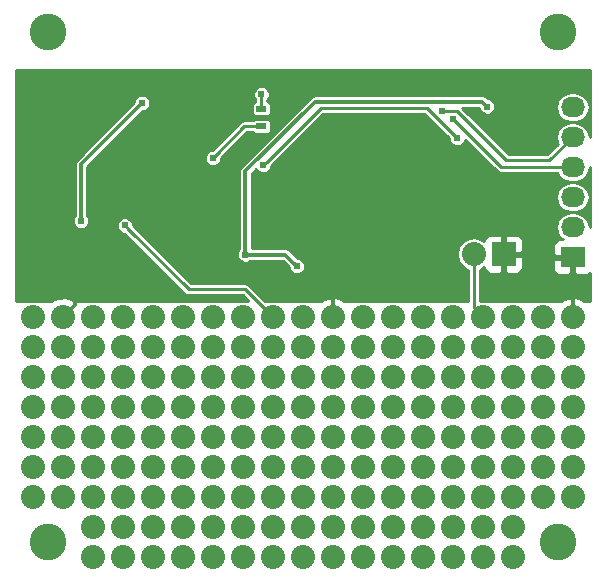
<source format=gbl>
G04 #@! TF.FileFunction,Copper,L2,Bot,Signal*
%FSLAX46Y46*%
G04 Gerber Fmt 4.6, Leading zero omitted, Abs format (unit mm)*
G04 Created by KiCad (PCBNEW 4.0.0-rc2-1-stable) date Sunday, 29 November 2015 18:47:31*
%MOMM*%
G01*
G04 APERTURE LIST*
%ADD10C,0.100000*%
%ADD11R,2.032000X2.032000*%
%ADD12O,2.032000X2.032000*%
%ADD13R,2.032000X1.727200*%
%ADD14O,2.032000X1.727200*%
%ADD15R,0.900000X0.500000*%
%ADD16C,2.032000*%
%ADD17C,3.100000*%
%ADD18C,0.609600*%
%ADD19C,0.304800*%
%ADD20C,0.254000*%
G04 APERTURE END LIST*
D10*
D11*
X166878000Y-101346000D03*
D12*
X164338000Y-101346000D03*
D13*
X172720000Y-101600000D03*
D14*
X172720000Y-99060000D03*
X172720000Y-96520000D03*
X172720000Y-93980000D03*
X172720000Y-91440000D03*
X172720000Y-88900000D03*
D15*
X146367500Y-90539000D03*
X146367500Y-89039000D03*
D16*
X127000000Y-109220000D03*
X129540000Y-109220000D03*
X132080000Y-109220000D03*
X134620000Y-109220000D03*
X137160000Y-109220000D03*
X139700000Y-109220000D03*
X142240000Y-109220000D03*
X144780000Y-109220000D03*
X147320000Y-109220000D03*
X149860000Y-109220000D03*
X152400000Y-109220000D03*
X154940000Y-109220000D03*
X157480000Y-109220000D03*
X160020000Y-109220000D03*
X162560000Y-109220000D03*
X165100000Y-109220000D03*
X167640000Y-109220000D03*
X170180000Y-109220000D03*
X172720000Y-109220000D03*
X127000000Y-111760000D03*
X129540000Y-111760000D03*
X132080000Y-111760000D03*
X134620000Y-111760000D03*
X137160000Y-111760000D03*
X139700000Y-111760000D03*
X142240000Y-111760000D03*
X144780000Y-111760000D03*
X147320000Y-111760000D03*
X149860000Y-111760000D03*
X152400000Y-111760000D03*
X154940000Y-111760000D03*
X157480000Y-111760000D03*
X160020000Y-111760000D03*
X162560000Y-111760000D03*
X165100000Y-111760000D03*
X167640000Y-111760000D03*
X170180000Y-111760000D03*
X172720000Y-111760000D03*
X127000000Y-114300000D03*
X129540000Y-114300000D03*
X132080000Y-114300000D03*
X134620000Y-114300000D03*
X137160000Y-114300000D03*
X139700000Y-114300000D03*
X142240000Y-114300000D03*
X144780000Y-114300000D03*
X147320000Y-114300000D03*
X149860000Y-114300000D03*
X152400000Y-114300000D03*
X154940000Y-114300000D03*
X157480000Y-114300000D03*
X160020000Y-114300000D03*
X162560000Y-114300000D03*
X165100000Y-114300000D03*
X167640000Y-114300000D03*
X170180000Y-114300000D03*
X172720000Y-114300000D03*
X127000000Y-116840000D03*
X129540000Y-116840000D03*
X132080000Y-116840000D03*
X134620000Y-116840000D03*
X137160000Y-116840000D03*
X139700000Y-116840000D03*
X142240000Y-116840000D03*
X144780000Y-116840000D03*
X147320000Y-116840000D03*
X149860000Y-116840000D03*
X152400000Y-116840000D03*
X154940000Y-116840000D03*
X157480000Y-116840000D03*
X160020000Y-116840000D03*
X162560000Y-116840000D03*
X165100000Y-116840000D03*
X167640000Y-116840000D03*
X170180000Y-116840000D03*
X172720000Y-116840000D03*
X127000000Y-119380000D03*
X129540000Y-119380000D03*
X132080000Y-119380000D03*
X134620000Y-119380000D03*
X137160000Y-119380000D03*
X139700000Y-119380000D03*
X142240000Y-119380000D03*
X144780000Y-119380000D03*
X147320000Y-119380000D03*
X149860000Y-119380000D03*
X152400000Y-119380000D03*
X154940000Y-119380000D03*
X157480000Y-119380000D03*
X160020000Y-119380000D03*
X162560000Y-119380000D03*
X165100000Y-119380000D03*
X167640000Y-119380000D03*
X170180000Y-119380000D03*
X172720000Y-119380000D03*
X127000000Y-121920000D03*
X129540000Y-121920000D03*
X132080000Y-121920000D03*
X134620000Y-121920000D03*
X137160000Y-121920000D03*
X139700000Y-121920000D03*
X142240000Y-121920000D03*
X144780000Y-121920000D03*
X147320000Y-121920000D03*
X149860000Y-121920000D03*
X152400000Y-121920000D03*
X154940000Y-121920000D03*
X157480000Y-121920000D03*
X160020000Y-121920000D03*
X162560000Y-121920000D03*
X165100000Y-121920000D03*
X167640000Y-121920000D03*
X170180000Y-121920000D03*
X172720000Y-121920000D03*
X132080000Y-124460000D03*
X134620000Y-124460000D03*
X137160000Y-124460000D03*
X139700000Y-124460000D03*
X142240000Y-124460000D03*
X144780000Y-124460000D03*
X147320000Y-124460000D03*
X149860000Y-124460000D03*
X152400000Y-124460000D03*
X154940000Y-124460000D03*
X157480000Y-124460000D03*
X160020000Y-124460000D03*
X162560000Y-124460000D03*
X165100000Y-124460000D03*
X167640000Y-124460000D03*
X132080000Y-127000000D03*
X134620000Y-127000000D03*
X137160000Y-127000000D03*
X139700000Y-127000000D03*
X142240000Y-127000000D03*
X144780000Y-127000000D03*
X147320000Y-127000000D03*
X149860000Y-127000000D03*
X152400000Y-127000000D03*
X154940000Y-127000000D03*
X157480000Y-127000000D03*
X160020000Y-127000000D03*
X162560000Y-127000000D03*
X165100000Y-127000000D03*
X167640000Y-127000000D03*
D17*
X171450000Y-125730000D03*
X128270000Y-125730000D03*
X171450000Y-82550000D03*
X128270000Y-82550000D03*
D16*
X172720000Y-106680000D03*
X170180000Y-106680000D03*
X167640000Y-106680000D03*
X165100000Y-106680000D03*
X162560000Y-106680000D03*
X160020000Y-106680000D03*
X157480000Y-106680000D03*
X154940000Y-106680000D03*
X152400000Y-106680000D03*
X149860000Y-106680000D03*
X147320000Y-106680000D03*
X144780000Y-106680000D03*
X142240000Y-106680000D03*
X139700000Y-106680000D03*
X137160000Y-106680000D03*
X134620000Y-106680000D03*
X132080000Y-106680000D03*
X129540000Y-106680000D03*
X127000000Y-106680000D03*
D18*
X131082000Y-98522000D03*
X136250000Y-88550000D03*
X130950000Y-100800000D03*
X138540000Y-93630000D03*
X138780000Y-88880000D03*
X136906278Y-98100000D03*
X161607500Y-102489000D03*
X142105808Y-103299530D03*
X149352000Y-102362000D03*
X144995828Y-101386544D03*
X165470000Y-88850000D03*
X134780000Y-98920000D03*
X146367500Y-87820500D03*
X142231220Y-93218000D03*
X161671000Y-89217500D03*
X162596192Y-89928221D03*
X146512908Y-93822908D03*
X162930000Y-91520000D03*
D19*
X136250000Y-88550000D02*
X131082000Y-93718000D01*
X131082000Y-93718000D02*
X131082000Y-98522000D01*
X127010000Y-106670000D02*
X127000000Y-106680000D01*
X129540000Y-106680000D02*
X130600000Y-105620000D01*
X130600000Y-105620000D02*
X130600000Y-101150000D01*
X130600000Y-101150000D02*
X130645201Y-101104799D01*
X130645201Y-101104799D02*
X130950000Y-100800000D01*
X131254799Y-100495201D02*
X130950000Y-100800000D01*
X133650000Y-98100000D02*
X131254799Y-100495201D01*
X136906278Y-98100000D02*
X133650000Y-98100000D01*
X138540000Y-93630000D02*
X136906278Y-95263722D01*
X136906278Y-95263722D02*
X136906278Y-98100000D01*
X138780000Y-88880000D02*
X138780000Y-93390000D01*
X138780000Y-93390000D02*
X138540000Y-93630000D01*
X142105808Y-103299530D02*
X136906278Y-98100000D01*
X166880000Y-99300000D02*
X168210000Y-99300000D01*
X168210000Y-99300000D02*
X170510000Y-101600000D01*
X170510000Y-101600000D02*
X172720000Y-101600000D01*
X161607500Y-102489000D02*
X161607500Y-100812500D01*
X161607500Y-100812500D02*
X163120000Y-99300000D01*
X163120000Y-99300000D02*
X166880000Y-99300000D01*
X166878000Y-100025200D02*
X166880000Y-100023200D01*
X166878000Y-101346000D02*
X166878000Y-100025200D01*
X166880000Y-100023200D02*
X166880000Y-99300000D01*
X172720000Y-101600000D02*
X172720000Y-106680000D01*
X142105808Y-103299530D02*
X152463500Y-103299530D01*
X152463500Y-103299530D02*
X160796970Y-103299530D01*
X152400000Y-103363030D02*
X152463500Y-103299530D01*
X152400000Y-106680000D02*
X152400000Y-103363030D01*
X160796970Y-103299530D02*
X161607500Y-102489000D01*
X129540000Y-106680000D02*
X129540000Y-106527600D01*
X144995828Y-101386544D02*
X148376544Y-101386544D01*
X148376544Y-101386544D02*
X149047201Y-102057201D01*
X165050089Y-88430089D02*
X150899911Y-88430089D01*
X150899911Y-88430089D02*
X144995828Y-94334172D01*
X144995828Y-94334172D02*
X144995828Y-100955492D01*
X165470000Y-88850000D02*
X165050089Y-88430089D01*
X144995828Y-100955492D02*
X144995828Y-101386544D01*
X149047201Y-102057201D02*
X149352000Y-102362000D01*
D20*
X135084799Y-99224799D02*
X134780000Y-98920000D01*
X140200000Y-104340000D02*
X135084799Y-99224799D01*
X144980000Y-104340000D02*
X140200000Y-104340000D01*
X147320000Y-106680000D02*
X144980000Y-104340000D01*
X146367500Y-87820500D02*
X146367500Y-89039000D01*
X164338000Y-101155500D02*
X164338000Y-105918000D01*
X164338000Y-105918000D02*
X165100000Y-106680000D01*
X142536019Y-92913201D02*
X142231220Y-93218000D01*
X144910220Y-90539000D02*
X142536019Y-92913201D01*
X146367500Y-90539000D02*
X144910220Y-90539000D01*
X172720000Y-91440000D02*
X170751500Y-93408500D01*
X170751500Y-93408500D02*
X167082684Y-93408500D01*
X167082684Y-93408500D02*
X162891684Y-89217500D01*
X162891684Y-89217500D02*
X162102052Y-89217500D01*
X162102052Y-89217500D02*
X161671000Y-89217500D01*
X172720000Y-91440000D02*
X172567600Y-91440000D01*
X157480000Y-106680000D02*
X157480000Y-106527600D01*
X166647971Y-93980000D02*
X162900991Y-90233020D01*
X162900991Y-90233020D02*
X162596192Y-89928221D01*
X172720000Y-93980000D02*
X166647971Y-93980000D01*
X172720000Y-93980000D02*
X172872400Y-93980000D01*
X160020000Y-106680000D02*
X160020000Y-106310000D01*
X162560000Y-106680000D02*
X162560000Y-106527600D01*
X167640000Y-106527600D02*
X167640000Y-106680000D01*
X162930000Y-91520000D02*
X160373500Y-88963500D01*
X160373500Y-88963500D02*
X151372316Y-88963500D01*
X151372316Y-88963500D02*
X146817707Y-93518109D01*
X146817707Y-93518109D02*
X146512908Y-93822908D01*
G36*
X174144000Y-88898145D02*
X174049629Y-88423712D01*
X173779834Y-88019935D01*
X173376057Y-87750140D01*
X172899769Y-87655400D01*
X172540231Y-87655400D01*
X172063943Y-87750140D01*
X171660166Y-88019935D01*
X171390371Y-88423712D01*
X171295631Y-88900000D01*
X171390371Y-89376288D01*
X171660166Y-89780065D01*
X172063943Y-90049860D01*
X172540231Y-90144600D01*
X172899769Y-90144600D01*
X173376057Y-90049860D01*
X173779834Y-89780065D01*
X174049629Y-89376288D01*
X174144000Y-88901855D01*
X174144000Y-91438145D01*
X174049629Y-90963712D01*
X173779834Y-90559935D01*
X173376057Y-90290140D01*
X172899769Y-90195400D01*
X172540231Y-90195400D01*
X172063943Y-90290140D01*
X171660166Y-90559935D01*
X171390371Y-90963712D01*
X171295631Y-91440000D01*
X171390371Y-91916288D01*
X171444413Y-91997167D01*
X170541080Y-92900500D01*
X167293104Y-92900500D01*
X163356093Y-88963489D01*
X164784100Y-88963489D01*
X164784081Y-88985816D01*
X164888268Y-89237967D01*
X165081018Y-89431054D01*
X165332987Y-89535681D01*
X165605816Y-89535919D01*
X165857967Y-89431732D01*
X166051054Y-89238982D01*
X166155681Y-88987013D01*
X166155919Y-88714184D01*
X166051732Y-88462033D01*
X165858982Y-88268946D01*
X165607013Y-88164319D01*
X165538601Y-88164259D01*
X165427260Y-88052918D01*
X165254212Y-87937292D01*
X165050089Y-87896689D01*
X150899911Y-87896689D01*
X150695787Y-87937292D01*
X150522740Y-88052918D01*
X144618657Y-93957001D01*
X144503031Y-94130049D01*
X144462428Y-94334172D01*
X144462428Y-100949991D01*
X144414774Y-100997562D01*
X144310147Y-101249531D01*
X144309909Y-101522360D01*
X144414096Y-101774511D01*
X144606846Y-101967598D01*
X144858815Y-102072225D01*
X145131644Y-102072463D01*
X145383795Y-101968276D01*
X145432212Y-101919944D01*
X148155602Y-101919944D01*
X148666140Y-102430482D01*
X148666081Y-102497816D01*
X148770268Y-102749967D01*
X148963018Y-102943054D01*
X149214987Y-103047681D01*
X149487816Y-103047919D01*
X149739967Y-102943732D01*
X149933054Y-102750982D01*
X150037681Y-102499013D01*
X150037919Y-102226184D01*
X149933732Y-101974033D01*
X149740982Y-101780946D01*
X149489013Y-101676319D01*
X149420601Y-101676259D01*
X148753715Y-101009373D01*
X148580667Y-100893747D01*
X148376544Y-100853144D01*
X145529228Y-100853144D01*
X145529228Y-94555114D01*
X145914303Y-94170039D01*
X145931176Y-94210875D01*
X146123926Y-94403962D01*
X146375895Y-94508589D01*
X146648724Y-94508827D01*
X146900875Y-94404640D01*
X147093962Y-94211890D01*
X147198589Y-93959921D01*
X147198680Y-93855556D01*
X151582736Y-89471500D01*
X160163080Y-89471500D01*
X162244171Y-91552591D01*
X162244081Y-91655816D01*
X162348268Y-91907967D01*
X162541018Y-92101054D01*
X162792987Y-92205681D01*
X163065816Y-92205919D01*
X163317967Y-92101732D01*
X163511054Y-91908982D01*
X163613006Y-91663455D01*
X166288761Y-94339210D01*
X166453568Y-94449331D01*
X166647971Y-94488000D01*
X171411560Y-94488000D01*
X171660166Y-94860065D01*
X172063943Y-95129860D01*
X172540231Y-95224600D01*
X172899769Y-95224600D01*
X173376057Y-95129860D01*
X173779834Y-94860065D01*
X174049629Y-94456288D01*
X174144000Y-93981855D01*
X174144000Y-96518145D01*
X174049629Y-96043712D01*
X173779834Y-95639935D01*
X173376057Y-95370140D01*
X172899769Y-95275400D01*
X172540231Y-95275400D01*
X172063943Y-95370140D01*
X171660166Y-95639935D01*
X171390371Y-96043712D01*
X171295631Y-96520000D01*
X171390371Y-96996288D01*
X171660166Y-97400065D01*
X172063943Y-97669860D01*
X172540231Y-97764600D01*
X172899769Y-97764600D01*
X173376057Y-97669860D01*
X173779834Y-97400065D01*
X174049629Y-96996288D01*
X174144000Y-96521855D01*
X174144000Y-99058145D01*
X174049629Y-98583712D01*
X173779834Y-98179935D01*
X173376057Y-97910140D01*
X172899769Y-97815400D01*
X172540231Y-97815400D01*
X172063943Y-97910140D01*
X171660166Y-98179935D01*
X171390371Y-98583712D01*
X171295631Y-99060000D01*
X171390371Y-99536288D01*
X171660166Y-99940065D01*
X171901621Y-100101400D01*
X171577691Y-100101400D01*
X171344302Y-100198073D01*
X171165673Y-100376701D01*
X171069000Y-100610090D01*
X171069000Y-101314250D01*
X171227750Y-101473000D01*
X172593000Y-101473000D01*
X172593000Y-101453000D01*
X172847000Y-101453000D01*
X172847000Y-101473000D01*
X172867000Y-101473000D01*
X172867000Y-101727000D01*
X172847000Y-101727000D01*
X172847000Y-102939850D01*
X173005750Y-103098600D01*
X173862309Y-103098600D01*
X174095698Y-103001927D01*
X174144000Y-102953625D01*
X174144000Y-105283000D01*
X173617229Y-105283000D01*
X173603880Y-105247378D01*
X172988358Y-105018184D01*
X172331981Y-105041986D01*
X171836120Y-105247378D01*
X171822771Y-105283000D01*
X170180647Y-105283000D01*
X169903339Y-105282758D01*
X169902753Y-105283000D01*
X167640647Y-105283000D01*
X167363339Y-105282758D01*
X167362753Y-105283000D01*
X165100512Y-105283000D01*
X164846000Y-105282778D01*
X164846000Y-102669322D01*
X164872609Y-102664029D01*
X165227000Y-102427232D01*
X165227000Y-102488309D01*
X165323673Y-102721698D01*
X165502301Y-102900327D01*
X165735690Y-102997000D01*
X166592250Y-102997000D01*
X166751000Y-102838250D01*
X166751000Y-101473000D01*
X167005000Y-101473000D01*
X167005000Y-102838250D01*
X167163750Y-102997000D01*
X168020310Y-102997000D01*
X168253699Y-102900327D01*
X168432327Y-102721698D01*
X168529000Y-102488309D01*
X168529000Y-101885750D01*
X171069000Y-101885750D01*
X171069000Y-102589910D01*
X171165673Y-102823299D01*
X171344302Y-103001927D01*
X171577691Y-103098600D01*
X172434250Y-103098600D01*
X172593000Y-102939850D01*
X172593000Y-101727000D01*
X171227750Y-101727000D01*
X171069000Y-101885750D01*
X168529000Y-101885750D01*
X168529000Y-101631750D01*
X168370250Y-101473000D01*
X167005000Y-101473000D01*
X166751000Y-101473000D01*
X166731000Y-101473000D01*
X166731000Y-101219000D01*
X166751000Y-101219000D01*
X166751000Y-99853750D01*
X167005000Y-99853750D01*
X167005000Y-101219000D01*
X168370250Y-101219000D01*
X168529000Y-101060250D01*
X168529000Y-100203691D01*
X168432327Y-99970302D01*
X168253699Y-99791673D01*
X168020310Y-99695000D01*
X167163750Y-99695000D01*
X167005000Y-99853750D01*
X166751000Y-99853750D01*
X166592250Y-99695000D01*
X165735690Y-99695000D01*
X165502301Y-99791673D01*
X165323673Y-99970302D01*
X165227000Y-100203691D01*
X165227000Y-100264768D01*
X164872609Y-100027971D01*
X164338000Y-99921631D01*
X163803391Y-100027971D01*
X163350172Y-100330803D01*
X163047340Y-100784022D01*
X162941000Y-101318631D01*
X162941000Y-101373369D01*
X163047340Y-101907978D01*
X163350172Y-102361197D01*
X163803391Y-102664029D01*
X163830000Y-102669322D01*
X163830000Y-105283000D01*
X162560647Y-105283000D01*
X162283339Y-105282758D01*
X162282753Y-105283000D01*
X160020647Y-105283000D01*
X159743339Y-105282758D01*
X159742753Y-105283000D01*
X157480647Y-105283000D01*
X157203339Y-105282758D01*
X157202753Y-105283000D01*
X154940647Y-105283000D01*
X154663339Y-105282758D01*
X154662753Y-105283000D01*
X153297229Y-105283000D01*
X153283880Y-105247378D01*
X152668358Y-105018184D01*
X152011981Y-105041986D01*
X151516120Y-105247378D01*
X151502771Y-105283000D01*
X149860647Y-105283000D01*
X149583339Y-105282758D01*
X149582753Y-105283000D01*
X147320647Y-105283000D01*
X147043339Y-105282758D01*
X147042753Y-105283000D01*
X146641420Y-105283000D01*
X145339210Y-103980790D01*
X145174403Y-103870669D01*
X144980000Y-103832000D01*
X140410421Y-103832000D01*
X135465829Y-98887409D01*
X135465919Y-98784184D01*
X135361732Y-98532033D01*
X135168982Y-98338946D01*
X134917013Y-98234319D01*
X134644184Y-98234081D01*
X134392033Y-98338268D01*
X134198946Y-98531018D01*
X134094319Y-98782987D01*
X134094081Y-99055816D01*
X134198268Y-99307967D01*
X134391018Y-99501054D01*
X134642987Y-99605681D01*
X134747352Y-99605772D01*
X139840790Y-104699211D01*
X140005597Y-104809331D01*
X140200000Y-104848000D01*
X144769580Y-104848000D01*
X145204580Y-105283000D01*
X144780647Y-105283000D01*
X144503339Y-105282758D01*
X144502753Y-105283000D01*
X142240647Y-105283000D01*
X141963339Y-105282758D01*
X141962753Y-105283000D01*
X139700647Y-105283000D01*
X139423339Y-105282758D01*
X139422753Y-105283000D01*
X137160647Y-105283000D01*
X136883339Y-105282758D01*
X136882753Y-105283000D01*
X134620647Y-105283000D01*
X134343339Y-105282758D01*
X134342753Y-105283000D01*
X132080647Y-105283000D01*
X131803339Y-105282758D01*
X131802753Y-105283000D01*
X130437229Y-105283000D01*
X130423880Y-105247378D01*
X129808358Y-105018184D01*
X129151981Y-105041986D01*
X128656120Y-105247378D01*
X128642771Y-105283000D01*
X127000647Y-105283000D01*
X126723339Y-105282758D01*
X126722753Y-105283000D01*
X125576000Y-105283000D01*
X125576000Y-98657816D01*
X130396081Y-98657816D01*
X130500268Y-98909967D01*
X130693018Y-99103054D01*
X130944987Y-99207681D01*
X131217816Y-99207919D01*
X131469967Y-99103732D01*
X131663054Y-98910982D01*
X131767681Y-98659013D01*
X131767919Y-98386184D01*
X131663732Y-98134033D01*
X131615400Y-98085616D01*
X131615400Y-93938942D01*
X132200526Y-93353816D01*
X141545301Y-93353816D01*
X141649488Y-93605967D01*
X141842238Y-93799054D01*
X142094207Y-93903681D01*
X142367036Y-93903919D01*
X142619187Y-93799732D01*
X142812274Y-93606982D01*
X142916901Y-93355013D01*
X142916992Y-93250648D01*
X145120640Y-91047000D01*
X145630768Y-91047000D01*
X145639046Y-91059865D01*
X145766366Y-91146859D01*
X145917500Y-91177464D01*
X146817500Y-91177464D01*
X146958690Y-91150897D01*
X147088365Y-91067454D01*
X147175359Y-90940134D01*
X147205964Y-90789000D01*
X147205964Y-90289000D01*
X147179397Y-90147810D01*
X147095954Y-90018135D01*
X146968634Y-89931141D01*
X146817500Y-89900536D01*
X145917500Y-89900536D01*
X145776310Y-89927103D01*
X145646635Y-90010546D01*
X145632659Y-90031000D01*
X144910220Y-90031000D01*
X144748070Y-90063254D01*
X144715816Y-90069669D01*
X144551010Y-90179790D01*
X142198629Y-92532171D01*
X142095404Y-92532081D01*
X141843253Y-92636268D01*
X141650166Y-92829018D01*
X141545539Y-93080987D01*
X141545301Y-93353816D01*
X132200526Y-93353816D01*
X136318482Y-89235860D01*
X136385816Y-89235919D01*
X136637967Y-89131732D01*
X136831054Y-88938982D01*
X136893332Y-88789000D01*
X145529036Y-88789000D01*
X145529036Y-89289000D01*
X145555603Y-89430190D01*
X145639046Y-89559865D01*
X145766366Y-89646859D01*
X145917500Y-89677464D01*
X146817500Y-89677464D01*
X146958690Y-89650897D01*
X147088365Y-89567454D01*
X147175359Y-89440134D01*
X147205964Y-89289000D01*
X147205964Y-88789000D01*
X147179397Y-88647810D01*
X147095954Y-88518135D01*
X146968634Y-88431141D01*
X146875500Y-88412281D01*
X146875500Y-88282408D01*
X146948554Y-88209482D01*
X147053181Y-87957513D01*
X147053419Y-87684684D01*
X146949232Y-87432533D01*
X146756482Y-87239446D01*
X146504513Y-87134819D01*
X146231684Y-87134581D01*
X145979533Y-87238768D01*
X145786446Y-87431518D01*
X145681819Y-87683487D01*
X145681581Y-87956316D01*
X145785768Y-88208467D01*
X145859500Y-88282328D01*
X145859500Y-88411450D01*
X145776310Y-88427103D01*
X145646635Y-88510546D01*
X145559641Y-88637866D01*
X145529036Y-88789000D01*
X136893332Y-88789000D01*
X136935681Y-88687013D01*
X136935919Y-88414184D01*
X136831732Y-88162033D01*
X136638982Y-87968946D01*
X136387013Y-87864319D01*
X136114184Y-87864081D01*
X135862033Y-87968268D01*
X135668946Y-88161018D01*
X135564319Y-88412987D01*
X135564259Y-88481399D01*
X130704829Y-93340829D01*
X130589203Y-93513877D01*
X130548600Y-93718000D01*
X130548600Y-98085447D01*
X130500946Y-98133018D01*
X130396319Y-98384987D01*
X130396081Y-98657816D01*
X125576000Y-98657816D01*
X125576000Y-85725000D01*
X174144000Y-85725000D01*
X174144000Y-88898145D01*
X174144000Y-88898145D01*
G37*
X174144000Y-88898145D02*
X174049629Y-88423712D01*
X173779834Y-88019935D01*
X173376057Y-87750140D01*
X172899769Y-87655400D01*
X172540231Y-87655400D01*
X172063943Y-87750140D01*
X171660166Y-88019935D01*
X171390371Y-88423712D01*
X171295631Y-88900000D01*
X171390371Y-89376288D01*
X171660166Y-89780065D01*
X172063943Y-90049860D01*
X172540231Y-90144600D01*
X172899769Y-90144600D01*
X173376057Y-90049860D01*
X173779834Y-89780065D01*
X174049629Y-89376288D01*
X174144000Y-88901855D01*
X174144000Y-91438145D01*
X174049629Y-90963712D01*
X173779834Y-90559935D01*
X173376057Y-90290140D01*
X172899769Y-90195400D01*
X172540231Y-90195400D01*
X172063943Y-90290140D01*
X171660166Y-90559935D01*
X171390371Y-90963712D01*
X171295631Y-91440000D01*
X171390371Y-91916288D01*
X171444413Y-91997167D01*
X170541080Y-92900500D01*
X167293104Y-92900500D01*
X163356093Y-88963489D01*
X164784100Y-88963489D01*
X164784081Y-88985816D01*
X164888268Y-89237967D01*
X165081018Y-89431054D01*
X165332987Y-89535681D01*
X165605816Y-89535919D01*
X165857967Y-89431732D01*
X166051054Y-89238982D01*
X166155681Y-88987013D01*
X166155919Y-88714184D01*
X166051732Y-88462033D01*
X165858982Y-88268946D01*
X165607013Y-88164319D01*
X165538601Y-88164259D01*
X165427260Y-88052918D01*
X165254212Y-87937292D01*
X165050089Y-87896689D01*
X150899911Y-87896689D01*
X150695787Y-87937292D01*
X150522740Y-88052918D01*
X144618657Y-93957001D01*
X144503031Y-94130049D01*
X144462428Y-94334172D01*
X144462428Y-100949991D01*
X144414774Y-100997562D01*
X144310147Y-101249531D01*
X144309909Y-101522360D01*
X144414096Y-101774511D01*
X144606846Y-101967598D01*
X144858815Y-102072225D01*
X145131644Y-102072463D01*
X145383795Y-101968276D01*
X145432212Y-101919944D01*
X148155602Y-101919944D01*
X148666140Y-102430482D01*
X148666081Y-102497816D01*
X148770268Y-102749967D01*
X148963018Y-102943054D01*
X149214987Y-103047681D01*
X149487816Y-103047919D01*
X149739967Y-102943732D01*
X149933054Y-102750982D01*
X150037681Y-102499013D01*
X150037919Y-102226184D01*
X149933732Y-101974033D01*
X149740982Y-101780946D01*
X149489013Y-101676319D01*
X149420601Y-101676259D01*
X148753715Y-101009373D01*
X148580667Y-100893747D01*
X148376544Y-100853144D01*
X145529228Y-100853144D01*
X145529228Y-94555114D01*
X145914303Y-94170039D01*
X145931176Y-94210875D01*
X146123926Y-94403962D01*
X146375895Y-94508589D01*
X146648724Y-94508827D01*
X146900875Y-94404640D01*
X147093962Y-94211890D01*
X147198589Y-93959921D01*
X147198680Y-93855556D01*
X151582736Y-89471500D01*
X160163080Y-89471500D01*
X162244171Y-91552591D01*
X162244081Y-91655816D01*
X162348268Y-91907967D01*
X162541018Y-92101054D01*
X162792987Y-92205681D01*
X163065816Y-92205919D01*
X163317967Y-92101732D01*
X163511054Y-91908982D01*
X163613006Y-91663455D01*
X166288761Y-94339210D01*
X166453568Y-94449331D01*
X166647971Y-94488000D01*
X171411560Y-94488000D01*
X171660166Y-94860065D01*
X172063943Y-95129860D01*
X172540231Y-95224600D01*
X172899769Y-95224600D01*
X173376057Y-95129860D01*
X173779834Y-94860065D01*
X174049629Y-94456288D01*
X174144000Y-93981855D01*
X174144000Y-96518145D01*
X174049629Y-96043712D01*
X173779834Y-95639935D01*
X173376057Y-95370140D01*
X172899769Y-95275400D01*
X172540231Y-95275400D01*
X172063943Y-95370140D01*
X171660166Y-95639935D01*
X171390371Y-96043712D01*
X171295631Y-96520000D01*
X171390371Y-96996288D01*
X171660166Y-97400065D01*
X172063943Y-97669860D01*
X172540231Y-97764600D01*
X172899769Y-97764600D01*
X173376057Y-97669860D01*
X173779834Y-97400065D01*
X174049629Y-96996288D01*
X174144000Y-96521855D01*
X174144000Y-99058145D01*
X174049629Y-98583712D01*
X173779834Y-98179935D01*
X173376057Y-97910140D01*
X172899769Y-97815400D01*
X172540231Y-97815400D01*
X172063943Y-97910140D01*
X171660166Y-98179935D01*
X171390371Y-98583712D01*
X171295631Y-99060000D01*
X171390371Y-99536288D01*
X171660166Y-99940065D01*
X171901621Y-100101400D01*
X171577691Y-100101400D01*
X171344302Y-100198073D01*
X171165673Y-100376701D01*
X171069000Y-100610090D01*
X171069000Y-101314250D01*
X171227750Y-101473000D01*
X172593000Y-101473000D01*
X172593000Y-101453000D01*
X172847000Y-101453000D01*
X172847000Y-101473000D01*
X172867000Y-101473000D01*
X172867000Y-101727000D01*
X172847000Y-101727000D01*
X172847000Y-102939850D01*
X173005750Y-103098600D01*
X173862309Y-103098600D01*
X174095698Y-103001927D01*
X174144000Y-102953625D01*
X174144000Y-105283000D01*
X173617229Y-105283000D01*
X173603880Y-105247378D01*
X172988358Y-105018184D01*
X172331981Y-105041986D01*
X171836120Y-105247378D01*
X171822771Y-105283000D01*
X170180647Y-105283000D01*
X169903339Y-105282758D01*
X169902753Y-105283000D01*
X167640647Y-105283000D01*
X167363339Y-105282758D01*
X167362753Y-105283000D01*
X165100512Y-105283000D01*
X164846000Y-105282778D01*
X164846000Y-102669322D01*
X164872609Y-102664029D01*
X165227000Y-102427232D01*
X165227000Y-102488309D01*
X165323673Y-102721698D01*
X165502301Y-102900327D01*
X165735690Y-102997000D01*
X166592250Y-102997000D01*
X166751000Y-102838250D01*
X166751000Y-101473000D01*
X167005000Y-101473000D01*
X167005000Y-102838250D01*
X167163750Y-102997000D01*
X168020310Y-102997000D01*
X168253699Y-102900327D01*
X168432327Y-102721698D01*
X168529000Y-102488309D01*
X168529000Y-101885750D01*
X171069000Y-101885750D01*
X171069000Y-102589910D01*
X171165673Y-102823299D01*
X171344302Y-103001927D01*
X171577691Y-103098600D01*
X172434250Y-103098600D01*
X172593000Y-102939850D01*
X172593000Y-101727000D01*
X171227750Y-101727000D01*
X171069000Y-101885750D01*
X168529000Y-101885750D01*
X168529000Y-101631750D01*
X168370250Y-101473000D01*
X167005000Y-101473000D01*
X166751000Y-101473000D01*
X166731000Y-101473000D01*
X166731000Y-101219000D01*
X166751000Y-101219000D01*
X166751000Y-99853750D01*
X167005000Y-99853750D01*
X167005000Y-101219000D01*
X168370250Y-101219000D01*
X168529000Y-101060250D01*
X168529000Y-100203691D01*
X168432327Y-99970302D01*
X168253699Y-99791673D01*
X168020310Y-99695000D01*
X167163750Y-99695000D01*
X167005000Y-99853750D01*
X166751000Y-99853750D01*
X166592250Y-99695000D01*
X165735690Y-99695000D01*
X165502301Y-99791673D01*
X165323673Y-99970302D01*
X165227000Y-100203691D01*
X165227000Y-100264768D01*
X164872609Y-100027971D01*
X164338000Y-99921631D01*
X163803391Y-100027971D01*
X163350172Y-100330803D01*
X163047340Y-100784022D01*
X162941000Y-101318631D01*
X162941000Y-101373369D01*
X163047340Y-101907978D01*
X163350172Y-102361197D01*
X163803391Y-102664029D01*
X163830000Y-102669322D01*
X163830000Y-105283000D01*
X162560647Y-105283000D01*
X162283339Y-105282758D01*
X162282753Y-105283000D01*
X160020647Y-105283000D01*
X159743339Y-105282758D01*
X159742753Y-105283000D01*
X157480647Y-105283000D01*
X157203339Y-105282758D01*
X157202753Y-105283000D01*
X154940647Y-105283000D01*
X154663339Y-105282758D01*
X154662753Y-105283000D01*
X153297229Y-105283000D01*
X153283880Y-105247378D01*
X152668358Y-105018184D01*
X152011981Y-105041986D01*
X151516120Y-105247378D01*
X151502771Y-105283000D01*
X149860647Y-105283000D01*
X149583339Y-105282758D01*
X149582753Y-105283000D01*
X147320647Y-105283000D01*
X147043339Y-105282758D01*
X147042753Y-105283000D01*
X146641420Y-105283000D01*
X145339210Y-103980790D01*
X145174403Y-103870669D01*
X144980000Y-103832000D01*
X140410421Y-103832000D01*
X135465829Y-98887409D01*
X135465919Y-98784184D01*
X135361732Y-98532033D01*
X135168982Y-98338946D01*
X134917013Y-98234319D01*
X134644184Y-98234081D01*
X134392033Y-98338268D01*
X134198946Y-98531018D01*
X134094319Y-98782987D01*
X134094081Y-99055816D01*
X134198268Y-99307967D01*
X134391018Y-99501054D01*
X134642987Y-99605681D01*
X134747352Y-99605772D01*
X139840790Y-104699211D01*
X140005597Y-104809331D01*
X140200000Y-104848000D01*
X144769580Y-104848000D01*
X145204580Y-105283000D01*
X144780647Y-105283000D01*
X144503339Y-105282758D01*
X144502753Y-105283000D01*
X142240647Y-105283000D01*
X141963339Y-105282758D01*
X141962753Y-105283000D01*
X139700647Y-105283000D01*
X139423339Y-105282758D01*
X139422753Y-105283000D01*
X137160647Y-105283000D01*
X136883339Y-105282758D01*
X136882753Y-105283000D01*
X134620647Y-105283000D01*
X134343339Y-105282758D01*
X134342753Y-105283000D01*
X132080647Y-105283000D01*
X131803339Y-105282758D01*
X131802753Y-105283000D01*
X130437229Y-105283000D01*
X130423880Y-105247378D01*
X129808358Y-105018184D01*
X129151981Y-105041986D01*
X128656120Y-105247378D01*
X128642771Y-105283000D01*
X127000647Y-105283000D01*
X126723339Y-105282758D01*
X126722753Y-105283000D01*
X125576000Y-105283000D01*
X125576000Y-98657816D01*
X130396081Y-98657816D01*
X130500268Y-98909967D01*
X130693018Y-99103054D01*
X130944987Y-99207681D01*
X131217816Y-99207919D01*
X131469967Y-99103732D01*
X131663054Y-98910982D01*
X131767681Y-98659013D01*
X131767919Y-98386184D01*
X131663732Y-98134033D01*
X131615400Y-98085616D01*
X131615400Y-93938942D01*
X132200526Y-93353816D01*
X141545301Y-93353816D01*
X141649488Y-93605967D01*
X141842238Y-93799054D01*
X142094207Y-93903681D01*
X142367036Y-93903919D01*
X142619187Y-93799732D01*
X142812274Y-93606982D01*
X142916901Y-93355013D01*
X142916992Y-93250648D01*
X145120640Y-91047000D01*
X145630768Y-91047000D01*
X145639046Y-91059865D01*
X145766366Y-91146859D01*
X145917500Y-91177464D01*
X146817500Y-91177464D01*
X146958690Y-91150897D01*
X147088365Y-91067454D01*
X147175359Y-90940134D01*
X147205964Y-90789000D01*
X147205964Y-90289000D01*
X147179397Y-90147810D01*
X147095954Y-90018135D01*
X146968634Y-89931141D01*
X146817500Y-89900536D01*
X145917500Y-89900536D01*
X145776310Y-89927103D01*
X145646635Y-90010546D01*
X145632659Y-90031000D01*
X144910220Y-90031000D01*
X144748070Y-90063254D01*
X144715816Y-90069669D01*
X144551010Y-90179790D01*
X142198629Y-92532171D01*
X142095404Y-92532081D01*
X141843253Y-92636268D01*
X141650166Y-92829018D01*
X141545539Y-93080987D01*
X141545301Y-93353816D01*
X132200526Y-93353816D01*
X136318482Y-89235860D01*
X136385816Y-89235919D01*
X136637967Y-89131732D01*
X136831054Y-88938982D01*
X136893332Y-88789000D01*
X145529036Y-88789000D01*
X145529036Y-89289000D01*
X145555603Y-89430190D01*
X145639046Y-89559865D01*
X145766366Y-89646859D01*
X145917500Y-89677464D01*
X146817500Y-89677464D01*
X146958690Y-89650897D01*
X147088365Y-89567454D01*
X147175359Y-89440134D01*
X147205964Y-89289000D01*
X147205964Y-88789000D01*
X147179397Y-88647810D01*
X147095954Y-88518135D01*
X146968634Y-88431141D01*
X146875500Y-88412281D01*
X146875500Y-88282408D01*
X146948554Y-88209482D01*
X147053181Y-87957513D01*
X147053419Y-87684684D01*
X146949232Y-87432533D01*
X146756482Y-87239446D01*
X146504513Y-87134819D01*
X146231684Y-87134581D01*
X145979533Y-87238768D01*
X145786446Y-87431518D01*
X145681819Y-87683487D01*
X145681581Y-87956316D01*
X145785768Y-88208467D01*
X145859500Y-88282328D01*
X145859500Y-88411450D01*
X145776310Y-88427103D01*
X145646635Y-88510546D01*
X145559641Y-88637866D01*
X145529036Y-88789000D01*
X136893332Y-88789000D01*
X136935681Y-88687013D01*
X136935919Y-88414184D01*
X136831732Y-88162033D01*
X136638982Y-87968946D01*
X136387013Y-87864319D01*
X136114184Y-87864081D01*
X135862033Y-87968268D01*
X135668946Y-88161018D01*
X135564319Y-88412987D01*
X135564259Y-88481399D01*
X130704829Y-93340829D01*
X130589203Y-93513877D01*
X130548600Y-93718000D01*
X130548600Y-98085447D01*
X130500946Y-98133018D01*
X130396319Y-98384987D01*
X130396081Y-98657816D01*
X125576000Y-98657816D01*
X125576000Y-85725000D01*
X174144000Y-85725000D01*
X174144000Y-88898145D01*
M02*

</source>
